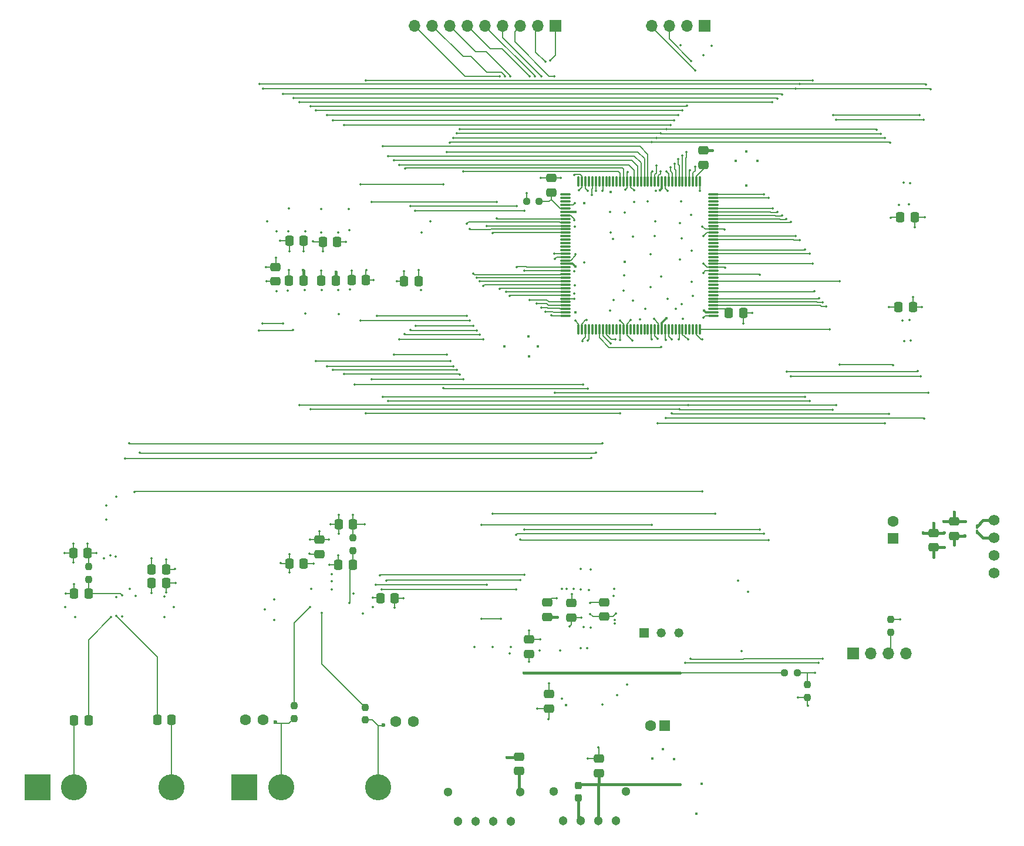
<source format=gbl>
G04 #@! TF.GenerationSoftware,KiCad,Pcbnew,8.0.5*
G04 #@! TF.CreationDate,2024-11-21T04:32:58-05:00*
G04 #@! TF.ProjectId,PCB_Order3,5043425f-4f72-4646-9572-332e6b696361,rev?*
G04 #@! TF.SameCoordinates,Original*
G04 #@! TF.FileFunction,Copper,L4,Bot*
G04 #@! TF.FilePolarity,Positive*
%FSLAX46Y46*%
G04 Gerber Fmt 4.6, Leading zero omitted, Abs format (unit mm)*
G04 Created by KiCad (PCBNEW 8.0.5) date 2024-11-21 04:32:58*
%MOMM*%
%LPD*%
G01*
G04 APERTURE LIST*
G04 Aperture macros list*
%AMRoundRect*
0 Rectangle with rounded corners*
0 $1 Rounding radius*
0 $2 $3 $4 $5 $6 $7 $8 $9 X,Y pos of 4 corners*
0 Add a 4 corners polygon primitive as box body*
4,1,4,$2,$3,$4,$5,$6,$7,$8,$9,$2,$3,0*
0 Add four circle primitives for the rounded corners*
1,1,$1+$1,$2,$3*
1,1,$1+$1,$4,$5*
1,1,$1+$1,$6,$7*
1,1,$1+$1,$8,$9*
0 Add four rect primitives between the rounded corners*
20,1,$1+$1,$2,$3,$4,$5,0*
20,1,$1+$1,$4,$5,$6,$7,0*
20,1,$1+$1,$6,$7,$8,$9,0*
20,1,$1+$1,$8,$9,$2,$3,0*%
G04 Aperture macros list end*
G04 #@! TA.AperFunction,SMDPad,CuDef*
%ADD10RoundRect,0.237500X-0.237500X0.250000X-0.237500X-0.250000X0.237500X-0.250000X0.237500X0.250000X0*%
G04 #@! TD*
G04 #@! TA.AperFunction,ComponentPad*
%ADD11C,1.303000*%
G04 #@! TD*
G04 #@! TA.AperFunction,ComponentPad*
%ADD12C,1.300000*%
G04 #@! TD*
G04 #@! TA.AperFunction,ComponentPad*
%ADD13R,1.700000X1.700000*%
G04 #@! TD*
G04 #@! TA.AperFunction,ComponentPad*
%ADD14O,1.700000X1.700000*%
G04 #@! TD*
G04 #@! TA.AperFunction,ComponentPad*
%ADD15C,1.600000*%
G04 #@! TD*
G04 #@! TA.AperFunction,ComponentPad*
%ADD16C,1.574800*%
G04 #@! TD*
G04 #@! TA.AperFunction,ComponentPad*
%ADD17R,1.600000X1.600000*%
G04 #@! TD*
G04 #@! TA.AperFunction,ComponentPad*
%ADD18R,1.320800X1.320800*%
G04 #@! TD*
G04 #@! TA.AperFunction,ComponentPad*
%ADD19C,1.320800*%
G04 #@! TD*
G04 #@! TA.AperFunction,ComponentPad*
%ADD20R,3.765000X3.765000*%
G04 #@! TD*
G04 #@! TA.AperFunction,ComponentPad*
%ADD21C,3.765000*%
G04 #@! TD*
G04 #@! TA.AperFunction,SMDPad,CuDef*
%ADD22RoundRect,0.250000X0.337500X0.475000X-0.337500X0.475000X-0.337500X-0.475000X0.337500X-0.475000X0*%
G04 #@! TD*
G04 #@! TA.AperFunction,SMDPad,CuDef*
%ADD23RoundRect,0.100000X0.100000X-0.217500X0.100000X0.217500X-0.100000X0.217500X-0.100000X-0.217500X0*%
G04 #@! TD*
G04 #@! TA.AperFunction,SMDPad,CuDef*
%ADD24RoundRect,0.237500X0.250000X0.237500X-0.250000X0.237500X-0.250000X-0.237500X0.250000X-0.237500X0*%
G04 #@! TD*
G04 #@! TA.AperFunction,SMDPad,CuDef*
%ADD25RoundRect,0.250000X0.475000X-0.337500X0.475000X0.337500X-0.475000X0.337500X-0.475000X-0.337500X0*%
G04 #@! TD*
G04 #@! TA.AperFunction,SMDPad,CuDef*
%ADD26RoundRect,0.237500X-0.237500X0.300000X-0.237500X-0.300000X0.237500X-0.300000X0.237500X0.300000X0*%
G04 #@! TD*
G04 #@! TA.AperFunction,SMDPad,CuDef*
%ADD27RoundRect,0.250000X-0.337500X-0.475000X0.337500X-0.475000X0.337500X0.475000X-0.337500X0.475000X0*%
G04 #@! TD*
G04 #@! TA.AperFunction,SMDPad,CuDef*
%ADD28RoundRect,0.237500X-0.250000X-0.237500X0.250000X-0.237500X0.250000X0.237500X-0.250000X0.237500X0*%
G04 #@! TD*
G04 #@! TA.AperFunction,SMDPad,CuDef*
%ADD29RoundRect,0.250000X-0.475000X0.337500X-0.475000X-0.337500X0.475000X-0.337500X0.475000X0.337500X0*%
G04 #@! TD*
G04 #@! TA.AperFunction,SMDPad,CuDef*
%ADD30RoundRect,0.075000X-0.075000X-0.662500X0.075000X-0.662500X0.075000X0.662500X-0.075000X0.662500X0*%
G04 #@! TD*
G04 #@! TA.AperFunction,SMDPad,CuDef*
%ADD31RoundRect,0.075000X-0.662500X-0.075000X0.662500X-0.075000X0.662500X0.075000X-0.662500X0.075000X0*%
G04 #@! TD*
G04 #@! TA.AperFunction,SMDPad,CuDef*
%ADD32RoundRect,0.237500X0.237500X-0.250000X0.237500X0.250000X-0.237500X0.250000X-0.237500X-0.250000X0*%
G04 #@! TD*
G04 #@! TA.AperFunction,ViaPad*
%ADD33C,0.350000*%
G04 #@! TD*
G04 #@! TA.AperFunction,ViaPad*
%ADD34C,0.450000*%
G04 #@! TD*
G04 #@! TA.AperFunction,ViaPad*
%ADD35C,0.600000*%
G04 #@! TD*
G04 #@! TA.AperFunction,Conductor*
%ADD36C,0.200000*%
G04 #@! TD*
G04 #@! TA.AperFunction,Conductor*
%ADD37C,0.400000*%
G04 #@! TD*
G04 #@! TA.AperFunction,Conductor*
%ADD38C,0.300000*%
G04 #@! TD*
G04 APERTURE END LIST*
D10*
X156270000Y-136057500D03*
X156270000Y-137882500D03*
D11*
X109030000Y-165100000D03*
X111570000Y-165100000D03*
X114110000Y-165100000D03*
X116650000Y-165100000D03*
D12*
X118040000Y-160900000D03*
X107640000Y-160900000D03*
D13*
X150830000Y-140960000D03*
D14*
X153370000Y-140960000D03*
X155910000Y-140960000D03*
X158450000Y-140960000D03*
D15*
X84890000Y-150780000D03*
X87390000Y-150780000D03*
D11*
X93830000Y-165175000D03*
X96370000Y-165175000D03*
X98910000Y-165175000D03*
X101450000Y-165175000D03*
D12*
X92440000Y-160975000D03*
X102840000Y-160975000D03*
D16*
X171186150Y-121773400D03*
X171186150Y-124313400D03*
X171186150Y-126853400D03*
X171186150Y-129393400D03*
D17*
X123645113Y-151400000D03*
D15*
X121645113Y-151400000D03*
D18*
X120675000Y-138000000D03*
D19*
X123175000Y-138000000D03*
X125675000Y-138000000D03*
D20*
X33225000Y-160225000D03*
D21*
X38525000Y-160225000D03*
X52525000Y-160225000D03*
D20*
X63050000Y-160250000D03*
D21*
X68350000Y-160250000D03*
X82350000Y-160250000D03*
D15*
X65730000Y-150500000D03*
X63230000Y-150500000D03*
D13*
X107950000Y-50450000D03*
D14*
X105410000Y-50450000D03*
X102870000Y-50450000D03*
X100330000Y-50450000D03*
X97790000Y-50450000D03*
X95250000Y-50450000D03*
X92710000Y-50450000D03*
X90170000Y-50450000D03*
X87630000Y-50450000D03*
D13*
X129400000Y-50450000D03*
D14*
X126860000Y-50450000D03*
X124320000Y-50450000D03*
X121780000Y-50450000D03*
D22*
X78737500Y-122350000D03*
X76662500Y-122350000D03*
D23*
X168731150Y-123455900D03*
X168731150Y-122640900D03*
D24*
X142787500Y-143750000D03*
X140962500Y-143750000D03*
D25*
X107300000Y-74497500D03*
X107300000Y-72422500D03*
D26*
X111250000Y-160037500D03*
X111250000Y-161762500D03*
D25*
X106950000Y-148887500D03*
X106950000Y-146812500D03*
D10*
X70225000Y-148512500D03*
X70225000Y-150337500D03*
D22*
X71562500Y-87200000D03*
X69487500Y-87200000D03*
X76437500Y-81600000D03*
X74362500Y-81600000D03*
D27*
X49687500Y-130825000D03*
X51762500Y-130825000D03*
D10*
X40650000Y-128462500D03*
X40650000Y-130287500D03*
D25*
X110225000Y-135762500D03*
X110225000Y-133687500D03*
D22*
X159707500Y-78080000D03*
X157632500Y-78080000D03*
D28*
X103737500Y-75810000D03*
X105562500Y-75810000D03*
D27*
X132900000Y-91875000D03*
X134975000Y-91875000D03*
D17*
X156601150Y-124370780D03*
D15*
X156601150Y-121870780D03*
D10*
X80500000Y-148712500D03*
X80500000Y-150537500D03*
D25*
X73900000Y-126637500D03*
X73900000Y-124562500D03*
D22*
X76237500Y-87225000D03*
X74162500Y-87225000D03*
D29*
X102650000Y-155862500D03*
X102650000Y-157937500D03*
D25*
X104075000Y-141012500D03*
X104075000Y-138937500D03*
D22*
X84737500Y-133000000D03*
X82662500Y-133000000D03*
X71612500Y-127975000D03*
X69537500Y-127975000D03*
X40462500Y-126500000D03*
X38387500Y-126500000D03*
D29*
X67525000Y-85212500D03*
X67525000Y-87287500D03*
D27*
X49687500Y-128825000D03*
X51762500Y-128825000D03*
D30*
X111250000Y-94197500D03*
X111750000Y-94197500D03*
X112250000Y-94197501D03*
X112750000Y-94197500D03*
X113250000Y-94197500D03*
X113750001Y-94197500D03*
X114250000Y-94197500D03*
X114749999Y-94197500D03*
X115250000Y-94197500D03*
X115750000Y-94197500D03*
X116250001Y-94197500D03*
X116750000Y-94197500D03*
X117250000Y-94197500D03*
X117750000Y-94197500D03*
X118250000Y-94197500D03*
X118750000Y-94197501D03*
X119250000Y-94197500D03*
X119750000Y-94197500D03*
X120250000Y-94197500D03*
X120750000Y-94197500D03*
X121250000Y-94197501D03*
X121750000Y-94197500D03*
X122250000Y-94197500D03*
X122750000Y-94197500D03*
X123250000Y-94197500D03*
X123749999Y-94197500D03*
X124250000Y-94197500D03*
X124750000Y-94197500D03*
X125250001Y-94197500D03*
X125750000Y-94197500D03*
X126249999Y-94197500D03*
X126750000Y-94197500D03*
X127250000Y-94197500D03*
X127750000Y-94197501D03*
X128250000Y-94197500D03*
X128750000Y-94197500D03*
D31*
X130662500Y-92285000D03*
X130662500Y-91785000D03*
X130662501Y-91285000D03*
X130662500Y-90785000D03*
X130662500Y-90285000D03*
X130662500Y-89784999D03*
X130662500Y-89285000D03*
X130662500Y-88785001D03*
X130662500Y-88285000D03*
X130662500Y-87785000D03*
X130662500Y-87284999D03*
X130662500Y-86785000D03*
X130662500Y-86285000D03*
X130662500Y-85785000D03*
X130662500Y-85285000D03*
X130662501Y-84785000D03*
X130662500Y-84285000D03*
X130662500Y-83785000D03*
X130662500Y-83285000D03*
X130662500Y-82785000D03*
X130662501Y-82285000D03*
X130662500Y-81785000D03*
X130662500Y-81285000D03*
X130662500Y-80785000D03*
X130662500Y-80285000D03*
X130662500Y-79785001D03*
X130662500Y-79285000D03*
X130662500Y-78785000D03*
X130662500Y-78284999D03*
X130662500Y-77785000D03*
X130662500Y-77285001D03*
X130662500Y-76785000D03*
X130662500Y-76285000D03*
X130662501Y-75785000D03*
X130662500Y-75285000D03*
X130662500Y-74785000D03*
D30*
X128750000Y-72872500D03*
X128250000Y-72872500D03*
X127750000Y-72872499D03*
X127250000Y-72872500D03*
X126750000Y-72872500D03*
X126249999Y-72872500D03*
X125750000Y-72872500D03*
X125250001Y-72872500D03*
X124750000Y-72872500D03*
X124250000Y-72872500D03*
X123749999Y-72872500D03*
X123250000Y-72872500D03*
X122750000Y-72872500D03*
X122250000Y-72872500D03*
X121750000Y-72872500D03*
X121250000Y-72872499D03*
X120750000Y-72872500D03*
X120250000Y-72872500D03*
X119750000Y-72872500D03*
X119250000Y-72872500D03*
X118750000Y-72872499D03*
X118250000Y-72872500D03*
X117750000Y-72872500D03*
X117250000Y-72872500D03*
X116750000Y-72872500D03*
X116250001Y-72872500D03*
X115750000Y-72872500D03*
X115250000Y-72872500D03*
X114749999Y-72872500D03*
X114250000Y-72872500D03*
X113750001Y-72872500D03*
X113250000Y-72872500D03*
X112750000Y-72872500D03*
X112250000Y-72872499D03*
X111750000Y-72872500D03*
X111250000Y-72872500D03*
D31*
X109337500Y-74785000D03*
X109337500Y-75285000D03*
X109337499Y-75785000D03*
X109337500Y-76285000D03*
X109337500Y-76785000D03*
X109337500Y-77285001D03*
X109337500Y-77785000D03*
X109337500Y-78284999D03*
X109337500Y-78785000D03*
X109337500Y-79285000D03*
X109337500Y-79785001D03*
X109337500Y-80285000D03*
X109337500Y-80785000D03*
X109337500Y-81285000D03*
X109337500Y-81785000D03*
X109337499Y-82285000D03*
X109337500Y-82785000D03*
X109337500Y-83285000D03*
X109337500Y-83785000D03*
X109337500Y-84285000D03*
X109337499Y-84785000D03*
X109337500Y-85285000D03*
X109337500Y-85785000D03*
X109337500Y-86285000D03*
X109337500Y-86785000D03*
X109337500Y-87284999D03*
X109337500Y-87785000D03*
X109337500Y-88285000D03*
X109337500Y-88785001D03*
X109337500Y-89285000D03*
X109337500Y-89784999D03*
X109337500Y-90285000D03*
X109337500Y-90785000D03*
X109337499Y-91285000D03*
X109337500Y-91785000D03*
X109337500Y-92285000D03*
D22*
X159482500Y-91030000D03*
X157407500Y-91030000D03*
D25*
X114150000Y-158212500D03*
X114150000Y-156137500D03*
D29*
X114975000Y-133562500D03*
X114975000Y-135637500D03*
X162431150Y-123570900D03*
X162431150Y-125645900D03*
D27*
X76612500Y-128200000D03*
X78687500Y-128200000D03*
D29*
X106700000Y-133637500D03*
X106700000Y-135712500D03*
D25*
X129225000Y-70497500D03*
X129225000Y-68422500D03*
D29*
X165401150Y-121920900D03*
X165401150Y-123995900D03*
D27*
X38512500Y-132325000D03*
X40587500Y-132325000D03*
D10*
X78725000Y-124312500D03*
X78725000Y-126137500D03*
D22*
X88162500Y-87250000D03*
X86087500Y-87250000D03*
D27*
X69537500Y-81450000D03*
X71612500Y-81450000D03*
X38502500Y-150590000D03*
X40577500Y-150590000D03*
D32*
X144275000Y-147287500D03*
X144275000Y-145462500D03*
D22*
X80612500Y-87125000D03*
X78537500Y-87125000D03*
X52577500Y-150560000D03*
X50502500Y-150560000D03*
D33*
X134280000Y-130460000D03*
X157640000Y-136040000D03*
X105320000Y-148880000D03*
X116820000Y-146960000D03*
X110630000Y-85870000D03*
X122380000Y-74230000D03*
X125910000Y-78940000D03*
X122240000Y-80790000D03*
X115860000Y-80280000D03*
X116290000Y-90000000D03*
X121610000Y-88130000D03*
X125910000Y-84170000D03*
X126100000Y-90610000D03*
X124080000Y-89820000D03*
X120080000Y-92790000D03*
X119020000Y-95830000D03*
X134980000Y-93350000D03*
X109970000Y-137100000D03*
X111520000Y-140210000D03*
X111530000Y-128730000D03*
X112770000Y-131780000D03*
X144290000Y-148480000D03*
X142920000Y-147290000D03*
X105690000Y-138920000D03*
D34*
X128260000Y-164110000D03*
X128990000Y-159770000D03*
D33*
X114140000Y-154530000D03*
X105670000Y-140570000D03*
X104070000Y-137620000D03*
X98860000Y-140050000D03*
X72970000Y-81530000D03*
X68190000Y-81440000D03*
X80620000Y-85690000D03*
X86080000Y-85820000D03*
X76690000Y-92040000D03*
X71820000Y-91900000D03*
X66320000Y-78640000D03*
X69500000Y-76820000D03*
X74110000Y-76830000D03*
X78080000Y-76870000D03*
X89890000Y-78620000D03*
X66200000Y-85210000D03*
X157450000Y-76310000D03*
X159100000Y-73140000D03*
X158160000Y-73100000D03*
X159750000Y-79480000D03*
X159130000Y-95870000D03*
X158190000Y-95920000D03*
X160790000Y-91020000D03*
X159460000Y-89600000D03*
X44610000Y-132860000D03*
X45420000Y-135650000D03*
X51770000Y-132140000D03*
X53130000Y-130800000D03*
X53090000Y-128800000D03*
X51760000Y-127410000D03*
X51540000Y-135720000D03*
X52850000Y-134300000D03*
X51520000Y-132790000D03*
X38630000Y-135720000D03*
X37260000Y-134280000D03*
X37280000Y-132290000D03*
X38510000Y-130940000D03*
X41740000Y-126470000D03*
X40460000Y-125120000D03*
X38400000Y-127840000D03*
X37170000Y-126460000D03*
X38390000Y-125120000D03*
X43140000Y-119640000D03*
X44590000Y-118320000D03*
X75650000Y-131700000D03*
X72670000Y-131690000D03*
X80150000Y-135170000D03*
X81620000Y-134310000D03*
X67360000Y-136130000D03*
X66000000Y-134610000D03*
X67350000Y-133160000D03*
X84750000Y-134360000D03*
X86020000Y-132980000D03*
X69550000Y-129310000D03*
X68320000Y-127940000D03*
X69530000Y-126630000D03*
X76620000Y-126830000D03*
X75350000Y-128180000D03*
X72420000Y-126600000D03*
X75250000Y-124530000D03*
X72520000Y-124540000D03*
X73910000Y-123330000D03*
X78740000Y-120980000D03*
X76670000Y-123690000D03*
X76650000Y-121000000D03*
X75470000Y-122330000D03*
X130480000Y-53360000D03*
X129250000Y-54670000D03*
X125980000Y-53250000D03*
D34*
X137010000Y-69910000D03*
X135400000Y-68580000D03*
X133940000Y-69930000D03*
X135420000Y-73460000D03*
X104090000Y-98160000D03*
X105420000Y-96670000D03*
X104030000Y-95200000D03*
X100540000Y-96650000D03*
X107125000Y-143750000D03*
D33*
X125850000Y-143750000D03*
D34*
X103325000Y-143750000D03*
X125850000Y-159850000D03*
X113175000Y-143750000D03*
D33*
X47175000Y-117650000D03*
X129075000Y-117625000D03*
X129075000Y-95650000D03*
X110675000Y-87850000D03*
D34*
X163941150Y-125598400D03*
D33*
X78537500Y-85800000D03*
X104075000Y-142150000D03*
X49700000Y-127250000D03*
X44525000Y-126950000D03*
X122275000Y-78650000D03*
X119270000Y-75820000D03*
X75625000Y-129500000D03*
X120900000Y-91300000D03*
X78250000Y-88475000D03*
X110600000Y-78500000D03*
X78825000Y-132325000D03*
X112950000Y-133650000D03*
X110800000Y-83400000D03*
X49700000Y-132200000D03*
X88550000Y-88525000D03*
X124075000Y-74235000D03*
X88200000Y-85700000D03*
X116250000Y-81225000D03*
X66300000Y-87300000D03*
X71600000Y-83000000D03*
X74162500Y-85800000D03*
X76600000Y-80225000D03*
D34*
X165411150Y-125338400D03*
D33*
X73025000Y-127975000D03*
X46525000Y-131650000D03*
X108875000Y-147450000D03*
X115800000Y-91500000D03*
X156270000Y-78130000D03*
X112550000Y-74210000D03*
X114675000Y-148350000D03*
X157945000Y-92955000D03*
X71825000Y-80050000D03*
X75625000Y-130525000D03*
X110630000Y-89080000D03*
X110600000Y-89784999D03*
X107025000Y-145275000D03*
X116300000Y-132675000D03*
X110700000Y-76010000D03*
X108050000Y-133025000D03*
X43125000Y-121675000D03*
X101300000Y-141000001D03*
X129250000Y-92550000D03*
X117200000Y-92925000D03*
X110300000Y-132400000D03*
X129225000Y-86075000D03*
D34*
X166931150Y-123978400D03*
X162441150Y-127068400D03*
D33*
X121600000Y-83400000D03*
X80425000Y-122350000D03*
X117950000Y-77400000D03*
X119240000Y-74190000D03*
X112375000Y-92900000D03*
X69487500Y-85712500D03*
X155970000Y-91030000D03*
X126300000Y-92700000D03*
X126000000Y-75800000D03*
X77700000Y-81600000D03*
X117800000Y-86450000D03*
X110775000Y-92950000D03*
X127600000Y-87400000D03*
X103750000Y-74610000D03*
X116375000Y-131675000D03*
X126100000Y-81100000D03*
X128775000Y-74225000D03*
X122125000Y-92725000D03*
X69300000Y-88675000D03*
X110675000Y-79400000D03*
X74200000Y-88575000D03*
X110560000Y-131680000D03*
X129250000Y-80775000D03*
X112510000Y-140190000D03*
X67700000Y-88700000D03*
X48000000Y-112035000D03*
X113725000Y-112035000D03*
X113725000Y-74210000D03*
X45475000Y-132575000D03*
X43852775Y-135727223D03*
X45825000Y-112860000D03*
X113100000Y-112810000D03*
X113150000Y-74835000D03*
X46475000Y-110685000D03*
X114662500Y-110672500D03*
X114725000Y-74235000D03*
X113000000Y-128850000D03*
D34*
X121920000Y-156150000D03*
D33*
X116600000Y-135225000D03*
X136250000Y-91875000D03*
X108600000Y-140525000D03*
D34*
X71500000Y-85700000D03*
X112100000Y-76000000D03*
X76237500Y-85900000D03*
D33*
X119100000Y-80875000D03*
X118345727Y-71513513D03*
X132300000Y-79800000D03*
X74400000Y-83000000D03*
X127600000Y-82900000D03*
D34*
X110760000Y-85150000D03*
D33*
X78200000Y-79900000D03*
X112000000Y-137125000D03*
X105775000Y-72360000D03*
X106925000Y-150450000D03*
X161170000Y-78030000D03*
X119100000Y-90100000D03*
D34*
X162431150Y-122208400D03*
X163911150Y-121938400D03*
D33*
X111675000Y-135800000D03*
X116455913Y-136630913D03*
D34*
X129325000Y-91525000D03*
D33*
X117725000Y-88650000D03*
D34*
X109450000Y-148375000D03*
D33*
X129225000Y-84775000D03*
X47350000Y-132650000D03*
X67625000Y-83900000D03*
X67725000Y-80100000D03*
D34*
X166991150Y-121908400D03*
D33*
X110600000Y-72000000D03*
D34*
X123410000Y-154780000D03*
X115875000Y-74400000D03*
D33*
X118000000Y-74100000D03*
X158869448Y-76176175D03*
X81650000Y-87125000D03*
X109550000Y-131650000D03*
X69600000Y-83000000D03*
X42850000Y-127225000D03*
X112600000Y-156125000D03*
D34*
X110800000Y-91787500D03*
D33*
X85050000Y-87250000D03*
D34*
X163941150Y-123548400D03*
D33*
X129100000Y-79400000D03*
D34*
X108150000Y-135725000D03*
D33*
X76575000Y-88575000D03*
X134725000Y-140600000D03*
X108700000Y-72400000D03*
X113025000Y-137250000D03*
X127700000Y-89400000D03*
X121200000Y-75800000D03*
D34*
X117950000Y-84500000D03*
D33*
X112950000Y-135275000D03*
X43780339Y-126860641D03*
X115825000Y-77300000D03*
X74100000Y-80250000D03*
X96200000Y-140050000D03*
X123200000Y-86600000D03*
X116500000Y-136100000D03*
D34*
X123910000Y-92600000D03*
D33*
X132400000Y-85300000D03*
D34*
X130550000Y-68410000D03*
D33*
X108875000Y-131625000D03*
D34*
X110810000Y-77310000D03*
D33*
X111550000Y-131700000D03*
X158970000Y-92880000D03*
X88600000Y-80275000D03*
X112050000Y-84550000D03*
X135725000Y-132050000D03*
D34*
X125060000Y-156210000D03*
X165391150Y-120548400D03*
D33*
X111300000Y-74200000D03*
X69362500Y-80062500D03*
X101525000Y-140050000D03*
X118250000Y-145450000D03*
X125300000Y-91300000D03*
X71800000Y-88575000D03*
D34*
X123005736Y-74190736D03*
D33*
X118800000Y-92900000D03*
X127500000Y-77700000D03*
D34*
X160891150Y-123538400D03*
D33*
X44575000Y-135525000D03*
X98850000Y-120810000D03*
X130925000Y-120810000D03*
X98850000Y-80360001D03*
D35*
X83150000Y-151260000D03*
D33*
X81550000Y-132950000D03*
X103400000Y-129625000D03*
X103400000Y-123125000D03*
X137400000Y-86325000D03*
X82575000Y-129675000D03*
X137400000Y-123100000D03*
X98050000Y-79300000D03*
X82025000Y-131050000D03*
X98050000Y-131050000D03*
X138000000Y-74725000D03*
X102250000Y-123850000D03*
X102250000Y-131700000D03*
X137950000Y-123725000D03*
X82825000Y-131725000D03*
D35*
X67520000Y-150910000D03*
D33*
X83525000Y-130425000D03*
X102825000Y-130375000D03*
X138650000Y-75300000D03*
X138650000Y-124600000D03*
X102825000Y-124525000D03*
X78200000Y-133650000D03*
X72500000Y-134250000D03*
X74250000Y-135125000D03*
X142525000Y-59475000D03*
X142525000Y-80775000D03*
X161995000Y-59605000D03*
X65660000Y-93400000D03*
X68600000Y-93390000D03*
X65760000Y-59475000D03*
X154795000Y-66015000D03*
X93680000Y-100100000D03*
X123050000Y-65985000D03*
X123050000Y-71435000D03*
X75800000Y-100110000D03*
X93680000Y-65985000D03*
X122625000Y-107775000D03*
X122625000Y-95550000D03*
X155445000Y-107805000D03*
X123900000Y-65335000D03*
X123900000Y-71410000D03*
X154213388Y-65440000D03*
X94160000Y-65335000D03*
X94160000Y-100710000D03*
X77400000Y-100685000D03*
X65190000Y-94370000D03*
X161370000Y-58880000D03*
X65260000Y-58870000D03*
X70090000Y-94330000D03*
X143125000Y-81375000D03*
X143100000Y-58875000D03*
X156020000Y-106455000D03*
X124700000Y-106375000D03*
X124675000Y-95675000D03*
X122450000Y-66585000D03*
X155445000Y-66615000D03*
X122450000Y-70585000D03*
X75000000Y-99585000D03*
X93205000Y-66585000D03*
X93205000Y-99590000D03*
X123800000Y-107050000D03*
X123825000Y-95775000D03*
X161095000Y-107080000D03*
X156195000Y-67265000D03*
X73400000Y-98835000D03*
X121825000Y-67185000D03*
X121850000Y-71460000D03*
X92720000Y-67310000D03*
X92730000Y-98830000D03*
X160620000Y-101005000D03*
X141900000Y-78750000D03*
X141900000Y-100975000D03*
X156645000Y-99355000D03*
X148885000Y-99325000D03*
X148885000Y-87284999D03*
X107875000Y-103360000D03*
X107803435Y-84058096D03*
X161720000Y-103390000D03*
X72600000Y-105775000D03*
X147940000Y-63325000D03*
X125725000Y-95675000D03*
X147900000Y-105850000D03*
X160395000Y-63355000D03*
X125750000Y-105775000D03*
X141200000Y-78275000D03*
X141275000Y-100300000D03*
X160120000Y-100255000D03*
X160970000Y-63980000D03*
X71000000Y-105175000D03*
X148415000Y-105175000D03*
X127025000Y-95700000D03*
X148415000Y-63990000D03*
X127050000Y-105175000D03*
X96075000Y-93710000D03*
X96080000Y-86190000D03*
X87800000Y-93710000D03*
X127325000Y-71260000D03*
X127475000Y-55500000D03*
X83800000Y-69235000D03*
X126250000Y-62610000D03*
X73400000Y-62610000D03*
X126225000Y-69185000D03*
X125650000Y-63310000D03*
X75000000Y-63310000D03*
X125650000Y-69685000D03*
X112575000Y-95850000D03*
X91770000Y-102670000D03*
X91770000Y-73325000D03*
X79800000Y-73325000D03*
X112575000Y-102785000D03*
X85400000Y-70535000D03*
X96550000Y-86785000D03*
X96550000Y-94360000D03*
X87000000Y-94335000D03*
X97030000Y-87284999D03*
X97025000Y-94985000D03*
X86200000Y-94935000D03*
X99425000Y-78250000D03*
X81400000Y-75860000D03*
X99425000Y-75870000D03*
X140575000Y-77825000D03*
X68600000Y-60275000D03*
X140575000Y-60350000D03*
X97500000Y-95685000D03*
X97500000Y-87950000D03*
X85400000Y-95685000D03*
X86210000Y-71010000D03*
X124500000Y-70885000D03*
X124500000Y-64760000D03*
X77400000Y-64785000D03*
X144550000Y-83300000D03*
X83800000Y-104575000D03*
X144550000Y-104575000D03*
X84600000Y-69835000D03*
X126800000Y-68685654D03*
X72600000Y-62035000D03*
X126900000Y-62010000D03*
X139925000Y-60950000D03*
X70200000Y-60875000D03*
X139950000Y-77275000D03*
X94640000Y-101460000D03*
X94630000Y-71435000D03*
X81400000Y-101460000D03*
X82200000Y-92310000D03*
X95125000Y-92310000D03*
X95110000Y-79008332D03*
X125075000Y-70385000D03*
X75800000Y-64060000D03*
X125050000Y-64060000D03*
X87700000Y-77135000D03*
X103400000Y-77135000D03*
X103400000Y-85735000D03*
X111827588Y-95912285D03*
X111900000Y-102210000D03*
X79000000Y-102175000D03*
X143900000Y-103935000D03*
X143900000Y-82750000D03*
X83000000Y-103935000D03*
X87000000Y-76435000D03*
X102300000Y-85235000D03*
X102300000Y-76435000D03*
X79775000Y-92985000D03*
X95600000Y-92990000D03*
X95600000Y-79735000D03*
X80600000Y-58300000D03*
X145030000Y-58300000D03*
X145025000Y-84785000D03*
X117275000Y-106350000D03*
X117275000Y-95725000D03*
X80600000Y-106350000D03*
X71010000Y-61435000D03*
X139200000Y-61435000D03*
X139225000Y-76800000D03*
X92245000Y-68635000D03*
X92245000Y-97840000D03*
X84600000Y-97835000D03*
X147425000Y-94197500D03*
X115895758Y-96265153D03*
X146950000Y-90925000D03*
X116525552Y-95696175D03*
X100025000Y-135950000D03*
X121825000Y-122425000D03*
X121800000Y-95675000D03*
X97250000Y-122425000D03*
X97225000Y-135925000D03*
X128050000Y-56900000D03*
X128050000Y-70744468D03*
X105175000Y-90535000D03*
X104950000Y-57725000D03*
X123200000Y-96800000D03*
X145300000Y-88750000D03*
X145325000Y-143750000D03*
X146475000Y-141725000D03*
X146475000Y-90350000D03*
X127400000Y-141750000D03*
X104199997Y-57725000D03*
X104225000Y-90020542D03*
X126625000Y-142325000D03*
X145900000Y-89775000D03*
X145875000Y-142325000D03*
X106475000Y-91710000D03*
X106475000Y-55650000D03*
X101375000Y-57725000D03*
X101350000Y-89435000D03*
X105900000Y-91119370D03*
X105900000Y-57725000D03*
X100775000Y-88835000D03*
X100624997Y-57725000D03*
X83000000Y-67835000D03*
X99874994Y-57725000D03*
X99900000Y-88360000D03*
D34*
X100890000Y-155960000D03*
D33*
X107300000Y-92235000D03*
X107201000Y-55461778D03*
X107750000Y-83310000D03*
X107750000Y-57725000D03*
D36*
X157622500Y-136057500D02*
X157640000Y-136040000D01*
X156270000Y-136057500D02*
X157622500Y-136057500D01*
X156270000Y-140600000D02*
X155910000Y-140960000D01*
X156270000Y-137882500D02*
X156270000Y-140600000D01*
D37*
X169588650Y-124313400D02*
X168731150Y-123455900D01*
X171186150Y-124313400D02*
X169588650Y-124313400D01*
X171186150Y-121773400D02*
X169598650Y-121773400D01*
X169598650Y-121773400D02*
X168731150Y-122640900D01*
D36*
X105327500Y-148887500D02*
X105320000Y-148880000D01*
X106950000Y-148887500D02*
X105327500Y-148887500D01*
D38*
X110395000Y-84785000D02*
X109337499Y-84785000D01*
X110760000Y-85150000D02*
X110395000Y-84785000D01*
X123910000Y-92600000D02*
X123250000Y-93260000D01*
X123250000Y-93260000D02*
X123250000Y-94197500D01*
D36*
X118250000Y-95060000D02*
X119020000Y-95830000D01*
X118250000Y-94197500D02*
X118250000Y-95060000D01*
X134975000Y-93345000D02*
X134980000Y-93350000D01*
X134975000Y-91875000D02*
X134975000Y-93345000D01*
X118750000Y-73700000D02*
X118750000Y-72872499D01*
X119240000Y-74190000D02*
X118750000Y-73700000D01*
D38*
X110785001Y-77285001D02*
X109337500Y-77285001D01*
X110810000Y-77310000D02*
X110785001Y-77285001D01*
D36*
X110225000Y-136845000D02*
X109970000Y-137100000D01*
X110225000Y-135762500D02*
X110225000Y-136845000D01*
X144275000Y-148465000D02*
X144290000Y-148480000D01*
X144275000Y-147287500D02*
X144275000Y-148465000D01*
X142922500Y-147287500D02*
X142920000Y-147290000D01*
X144275000Y-147287500D02*
X142922500Y-147287500D01*
X105672500Y-138937500D02*
X105690000Y-138920000D01*
X104075000Y-138937500D02*
X105672500Y-138937500D01*
X114150000Y-154540000D02*
X114140000Y-154530000D01*
X114150000Y-156137500D02*
X114150000Y-154540000D01*
X104075000Y-137625000D02*
X104070000Y-137620000D01*
X104075000Y-138937500D02*
X104075000Y-137625000D01*
X73040000Y-81600000D02*
X72970000Y-81530000D01*
X74362500Y-81600000D02*
X73040000Y-81600000D01*
X68200000Y-81450000D02*
X68190000Y-81440000D01*
X69537500Y-81450000D02*
X68200000Y-81450000D01*
D37*
X76237500Y-85900000D02*
X76237500Y-87225000D01*
D36*
X80612500Y-85697500D02*
X80620000Y-85690000D01*
X80612500Y-87125000D02*
X80612500Y-85697500D01*
X86087500Y-85827500D02*
X86080000Y-85820000D01*
X86087500Y-87250000D02*
X86087500Y-85827500D01*
X66202500Y-85212500D02*
X66200000Y-85210000D01*
X67525000Y-85212500D02*
X66202500Y-85212500D01*
X159707500Y-79437500D02*
X159750000Y-79480000D01*
X159707500Y-78080000D02*
X159707500Y-79437500D01*
X160780000Y-91030000D02*
X160790000Y-91020000D01*
X159482500Y-91030000D02*
X160780000Y-91030000D01*
X159482500Y-89622500D02*
X159460000Y-89600000D01*
X159482500Y-91030000D02*
X159482500Y-89622500D01*
X44575000Y-135525000D02*
X50502500Y-141452500D01*
X50502500Y-141452500D02*
X50502500Y-150560000D01*
X40577500Y-139002498D02*
X43852775Y-135727223D01*
X40577500Y-150590000D02*
X40577500Y-139002498D01*
X52577500Y-150560000D02*
X52577500Y-152217500D01*
X52525000Y-152270000D02*
X52525000Y-160225000D01*
X52577500Y-152217500D02*
X52525000Y-152270000D01*
X38502500Y-150590000D02*
X38502500Y-152117500D01*
X38525000Y-152140000D02*
X38525000Y-160225000D01*
X38502500Y-152117500D02*
X38525000Y-152140000D01*
X51762500Y-132132500D02*
X51770000Y-132140000D01*
X51762500Y-130825000D02*
X51762500Y-132132500D01*
X53105000Y-130825000D02*
X53130000Y-130800000D01*
X51762500Y-130825000D02*
X53105000Y-130825000D01*
X53065000Y-128825000D02*
X53090000Y-128800000D01*
X51762500Y-128825000D02*
X53065000Y-128825000D01*
X51762500Y-127412500D02*
X51760000Y-127410000D01*
X51762500Y-128825000D02*
X51762500Y-127412500D01*
X37315000Y-132325000D02*
X37280000Y-132290000D01*
X38512500Y-132325000D02*
X37315000Y-132325000D01*
X38512500Y-130942500D02*
X38510000Y-130940000D01*
X38512500Y-132325000D02*
X38512500Y-130942500D01*
X41710000Y-126500000D02*
X41740000Y-126470000D01*
X40462500Y-126500000D02*
X41710000Y-126500000D01*
X40462500Y-125122500D02*
X40460000Y-125120000D01*
X40462500Y-126500000D02*
X40462500Y-125122500D01*
X38387500Y-127827500D02*
X38400000Y-127840000D01*
X38387500Y-126500000D02*
X38387500Y-127827500D01*
X37210000Y-126500000D02*
X37170000Y-126460000D01*
X38387500Y-126500000D02*
X37210000Y-126500000D01*
X38387500Y-125122500D02*
X38390000Y-125120000D01*
X38387500Y-126500000D02*
X38387500Y-125122500D01*
X84737500Y-134347500D02*
X84750000Y-134360000D01*
X84737500Y-133000000D02*
X84737500Y-134347500D01*
X86000000Y-133000000D02*
X86020000Y-132980000D01*
X84737500Y-133000000D02*
X86000000Y-133000000D01*
X69537500Y-129297500D02*
X69550000Y-129310000D01*
X69537500Y-127975000D02*
X69537500Y-129297500D01*
X68355000Y-127975000D02*
X68320000Y-127940000D01*
X69537500Y-127975000D02*
X68355000Y-127975000D01*
X69537500Y-126637500D02*
X69530000Y-126630000D01*
X69537500Y-127975000D02*
X69537500Y-126637500D01*
X76612500Y-126837500D02*
X76620000Y-126830000D01*
X76612500Y-128200000D02*
X76612500Y-126837500D01*
X75370000Y-128200000D02*
X75350000Y-128180000D01*
X76612500Y-128200000D02*
X75370000Y-128200000D01*
X72457500Y-126637500D02*
X72420000Y-126600000D01*
X73900000Y-126637500D02*
X72457500Y-126637500D01*
X75217500Y-124562500D02*
X75250000Y-124530000D01*
X73900000Y-124562500D02*
X75217500Y-124562500D01*
X72542500Y-124562500D02*
X72520000Y-124540000D01*
X73900000Y-124562500D02*
X72542500Y-124562500D01*
X73900000Y-123340000D02*
X73910000Y-123330000D01*
X73900000Y-124562500D02*
X73900000Y-123340000D01*
X78737500Y-120982500D02*
X78740000Y-120980000D01*
X78737500Y-122350000D02*
X78737500Y-120982500D01*
X76662500Y-123682500D02*
X76670000Y-123690000D01*
X76662500Y-122350000D02*
X76662500Y-123682500D01*
X76662500Y-121012500D02*
X76650000Y-121000000D01*
X76662500Y-122350000D02*
X76662500Y-121012500D01*
X75490000Y-122350000D02*
X75470000Y-122330000D01*
X76662500Y-122350000D02*
X75490000Y-122350000D01*
X105060000Y-54235000D02*
X105060000Y-50800000D01*
X106475000Y-55650000D02*
X105060000Y-54235000D01*
X105060000Y-50800000D02*
X105410000Y-50450000D01*
X107950000Y-54712778D02*
X107950000Y-50450000D01*
X107201000Y-55461778D02*
X107950000Y-54712778D01*
X100330000Y-52155000D02*
X100330000Y-50450000D01*
X105900000Y-57725000D02*
X100330000Y-52155000D01*
X104950000Y-57661830D02*
X97790000Y-50501830D01*
X97790000Y-50501830D02*
X97790000Y-50450000D01*
X104950000Y-57725000D02*
X104950000Y-57661830D01*
D37*
X103325000Y-143750000D02*
X107125000Y-143750000D01*
X114110000Y-165100000D02*
X114110000Y-159860000D01*
X111437500Y-159850000D02*
X114100000Y-159850000D01*
X114110000Y-159860000D02*
X114100000Y-159850000D01*
D36*
X125850000Y-143750000D02*
X140962500Y-143750000D01*
D37*
X114100000Y-159850000D02*
X114150000Y-159800000D01*
X113175000Y-143750000D02*
X125850000Y-143750000D01*
X107125000Y-143750000D02*
X113175000Y-143750000D01*
X114150000Y-159800000D02*
X114150000Y-158212500D01*
X111250000Y-160037500D02*
X111437500Y-159850000D01*
X114100000Y-159850000D02*
X125850000Y-159850000D01*
D36*
X129075000Y-117625000D02*
X47200000Y-117625000D01*
X128932590Y-95650000D02*
X129075000Y-95650000D01*
X128250000Y-94967410D02*
X128932590Y-95650000D01*
X128250000Y-94197500D02*
X128250000Y-94967410D01*
X47200000Y-117625000D02*
X47175000Y-117650000D01*
X104075000Y-141012500D02*
X104075000Y-142150000D01*
X71612500Y-82987500D02*
X71600000Y-83000000D01*
X69487500Y-85712500D02*
X69487500Y-87200000D01*
D37*
X162431150Y-127058400D02*
X162441150Y-127068400D01*
D36*
X110600000Y-78500000D02*
X110600000Y-78277589D01*
X110425000Y-76285000D02*
X109337500Y-76285000D01*
D37*
X165401150Y-123995900D02*
X166913650Y-123995900D01*
X163893650Y-125645900D02*
X163941150Y-125598400D01*
D36*
X66300000Y-87300000D02*
X66312500Y-87287500D01*
X76437500Y-81600000D02*
X77700000Y-81600000D01*
X78537500Y-85800000D02*
X78537500Y-87125000D01*
X130662500Y-80285000D02*
X129740000Y-80285000D01*
X129515000Y-92285000D02*
X129250000Y-92550000D01*
X122750000Y-94197500D02*
X122750000Y-93350000D01*
D37*
X166913650Y-123995900D02*
X166931150Y-123978400D01*
D36*
X88162500Y-85737500D02*
X88200000Y-85700000D01*
X78737500Y-122350000D02*
X80425000Y-122350000D01*
X110600000Y-78277589D02*
X110107411Y-77785000D01*
X156320000Y-78080000D02*
X156270000Y-78130000D01*
X110107410Y-84285000D02*
X109337500Y-84285000D01*
X110600000Y-89784999D02*
X109337500Y-89784999D01*
X49687500Y-130825000D02*
X49687500Y-132187500D01*
X40650000Y-126687500D02*
X40462500Y-126500000D01*
D37*
X162431150Y-125645900D02*
X162431150Y-127058400D01*
D36*
X110300000Y-133612500D02*
X110225000Y-133687500D01*
X111750000Y-94197500D02*
X111750000Y-93427591D01*
X130662500Y-85785000D02*
X129515000Y-85785000D01*
X40650000Y-128462500D02*
X40650000Y-127575000D01*
X112250000Y-73910000D02*
X112550000Y-74210000D01*
X49687500Y-132187500D02*
X49700000Y-132200000D01*
X111750000Y-93427591D02*
X112277591Y-92900000D01*
X71612500Y-127975000D02*
X73025000Y-127975000D01*
X110107411Y-77785000D02*
X109337500Y-77785000D01*
X157632500Y-78080000D02*
X156320000Y-78080000D01*
X157407500Y-91030000D02*
X155970000Y-91030000D01*
X129740000Y-80285000D02*
X129250000Y-80775000D01*
X49687500Y-128825000D02*
X49687500Y-127262500D01*
X106950000Y-145350000D02*
X107025000Y-145275000D01*
X74162500Y-85800000D02*
X74162500Y-87225000D01*
X117247410Y-92925000D02*
X117200000Y-92925000D01*
D37*
X165401150Y-125328400D02*
X165411150Y-125338400D01*
D36*
X110800000Y-83400000D02*
X110800000Y-83592410D01*
X103737500Y-74622500D02*
X103750000Y-74610000D01*
X49687500Y-127262500D02*
X49700000Y-127250000D01*
X112277591Y-92900000D02*
X112375000Y-92900000D01*
X111250000Y-94197500D02*
X111250000Y-93425000D01*
X122750000Y-93350000D02*
X122125000Y-92725000D01*
X113037500Y-133562500D02*
X114975000Y-133562500D01*
X103737500Y-75810000D02*
X103737500Y-74622500D01*
X110800000Y-83592410D02*
X110107410Y-84285000D01*
X111250000Y-93425000D02*
X110775000Y-92950000D01*
X78725000Y-122362500D02*
X78737500Y-122350000D01*
X40650000Y-127575000D02*
X40650000Y-126687500D01*
X124075000Y-74235000D02*
X123749999Y-73909999D01*
X129515000Y-85785000D02*
X129225000Y-86075000D01*
X66312500Y-87287500D02*
X67525000Y-87287500D01*
X128750000Y-72872500D02*
X128750000Y-74200000D01*
X123749999Y-73909999D02*
X123749999Y-72872500D01*
X106950000Y-146812500D02*
X106950000Y-145350000D01*
X108050000Y-133025000D02*
X107312500Y-133025000D01*
X110700000Y-76010000D02*
X110425000Y-76285000D01*
X112950000Y-133650000D02*
X113037500Y-133562500D01*
X110300000Y-132400000D02*
X110300000Y-133612500D01*
X88162500Y-87250000D02*
X88162500Y-85737500D01*
X78725000Y-124312500D02*
X78725000Y-122362500D01*
D37*
X165401150Y-123995900D02*
X165401150Y-125328400D01*
X162431150Y-125645900D02*
X163893650Y-125645900D01*
D36*
X107312500Y-133025000D02*
X106700000Y-133637500D01*
X71612500Y-81450000D02*
X71612500Y-82987500D01*
X117750000Y-93427590D02*
X117247410Y-92925000D01*
X117750000Y-94197500D02*
X117750000Y-93427590D01*
X130662500Y-92285000D02*
X129515000Y-92285000D01*
X128750000Y-74200000D02*
X128775000Y-74225000D01*
X112250000Y-72872499D02*
X112250000Y-73910000D01*
X113700000Y-112060000D02*
X48025000Y-112060000D01*
X113750001Y-72872500D02*
X113750001Y-74184999D01*
X113750001Y-74184999D02*
X113725000Y-74210000D01*
X113725000Y-112035000D02*
X113700000Y-112060000D01*
X48025000Y-112060000D02*
X48000000Y-112035000D01*
X40650000Y-132262500D02*
X40587500Y-132325000D01*
X40587500Y-132325000D02*
X45225000Y-132325000D01*
X45225000Y-132325000D02*
X45475000Y-132575000D01*
X40650000Y-130287500D02*
X40650000Y-132262500D01*
X113150000Y-73971827D02*
X113150000Y-74835000D01*
X45850000Y-112835000D02*
X45825000Y-112860000D01*
X113100000Y-112810000D02*
X113075000Y-112835000D01*
X113075000Y-112835000D02*
X45850000Y-112835000D01*
X113250000Y-73871827D02*
X113150000Y-73971827D01*
X113250000Y-72872500D02*
X113250000Y-73871827D01*
X114749999Y-74210001D02*
X114725000Y-74235000D01*
X114749999Y-72872500D02*
X114749999Y-74210001D01*
X46500000Y-110710000D02*
X46475000Y-110685000D01*
X114625000Y-110710000D02*
X46500000Y-110710000D01*
X114662500Y-110672500D02*
X114625000Y-110710000D01*
X106950000Y-148887500D02*
X106950000Y-150425000D01*
D38*
X130662500Y-91785000D02*
X129585000Y-91785000D01*
D36*
X111482410Y-71835000D02*
X111750000Y-72102590D01*
D37*
X71562500Y-87200000D02*
X71562500Y-85762500D01*
D36*
X110225000Y-135762500D02*
X111637500Y-135762500D01*
X132385000Y-85285000D02*
X132400000Y-85300000D01*
X130662500Y-79785001D02*
X129485001Y-79785001D01*
D38*
X123005736Y-74190735D02*
X123250000Y-73946471D01*
D36*
X130662500Y-79785001D02*
X132285001Y-79785001D01*
X118777591Y-92900000D02*
X118800000Y-92900000D01*
X111750000Y-72872500D02*
X111750000Y-73750000D01*
X130662500Y-85285000D02*
X132385000Y-85285000D01*
D37*
X165401150Y-121920900D02*
X165401150Y-120558400D01*
D36*
X112612500Y-156137500D02*
X112600000Y-156125000D01*
D37*
X166978650Y-121920900D02*
X166991150Y-121908400D01*
D36*
X118250000Y-72872500D02*
X118250000Y-73850000D01*
D37*
X130537500Y-68422500D02*
X130550000Y-68410000D01*
X162431150Y-123570900D02*
X163918650Y-123570900D01*
X106700000Y-135712500D02*
X108137500Y-135712500D01*
X163918650Y-123570900D02*
X163941150Y-123548400D01*
D36*
X114975000Y-135637500D02*
X116187500Y-135637500D01*
X110600000Y-72000000D02*
X110765000Y-71835000D01*
X110765000Y-71835000D02*
X111482410Y-71835000D01*
D37*
X165401150Y-121920900D02*
X166978650Y-121920900D01*
D36*
X67625000Y-83900000D02*
X67625000Y-85112500D01*
X130662500Y-85285000D02*
X129735000Y-85285000D01*
X107300000Y-72422500D02*
X105837500Y-72422500D01*
X81650000Y-87125000D02*
X80612500Y-87125000D01*
D37*
X108137500Y-135712500D02*
X108150000Y-135725000D01*
D36*
X136250000Y-91875000D02*
X134975000Y-91875000D01*
X113312500Y-135637500D02*
X112950000Y-135275000D01*
X106950000Y-150425000D02*
X106925000Y-150450000D01*
X105837500Y-72422500D02*
X105775000Y-72360000D01*
D37*
X165401150Y-120558400D02*
X165391150Y-120548400D01*
X71562500Y-85762500D02*
X71500000Y-85700000D01*
X102650000Y-157937500D02*
X102650000Y-160785000D01*
X102650000Y-160785000D02*
X102840000Y-160975000D01*
D36*
X118250000Y-93427591D02*
X118777591Y-92900000D01*
X107300000Y-72422500D02*
X108677500Y-72422500D01*
D37*
X162431150Y-123570900D02*
X162431150Y-122208400D01*
D36*
X118345727Y-71513513D02*
X118250000Y-71609240D01*
X74362500Y-82962500D02*
X74400000Y-83000000D01*
X111750000Y-72102590D02*
X111750000Y-72872500D01*
X69537500Y-82937500D02*
X69600000Y-83000000D01*
X110225000Y-135762500D02*
X110762500Y-135762500D01*
D38*
X123250000Y-73946471D02*
X123250000Y-72872500D01*
D37*
X162431150Y-123570900D02*
X160923650Y-123570900D01*
X163928650Y-121920900D02*
X163911150Y-121938400D01*
D36*
X132285001Y-79785001D02*
X132300000Y-79800000D01*
X114150000Y-156137500D02*
X112612500Y-156137500D01*
X114975000Y-135637500D02*
X113312500Y-135637500D01*
D37*
X129225000Y-68422500D02*
X130537500Y-68422500D01*
D36*
X69537500Y-81450000D02*
X69537500Y-82937500D01*
X111750000Y-73750000D02*
X111300000Y-74200000D01*
X161120000Y-78080000D02*
X161170000Y-78030000D01*
X85050000Y-87250000D02*
X86087500Y-87250000D01*
D37*
X165401150Y-121920900D02*
X163928650Y-121920900D01*
D36*
X111637500Y-135762500D02*
X111675000Y-135800000D01*
X129485001Y-79785001D02*
X129100000Y-79400000D01*
X67625000Y-85112500D02*
X67525000Y-85212500D01*
X159707500Y-78080000D02*
X161120000Y-78080000D01*
X118250000Y-71609240D02*
X118250000Y-72872500D01*
X116187500Y-135637500D02*
X116600000Y-135225000D01*
X129735000Y-85285000D02*
X129225000Y-84775000D01*
X74362500Y-81600000D02*
X74362500Y-82962500D01*
X118250000Y-94197500D02*
X118250000Y-93427591D01*
X118250000Y-73850000D02*
X118000000Y-74100000D01*
D37*
X160923650Y-123570900D02*
X160891150Y-123538400D01*
D36*
X123005736Y-74190736D02*
X123005736Y-74190735D01*
X76875000Y-128462500D02*
X76612500Y-128200000D01*
X108677500Y-72422500D02*
X108700000Y-72400000D01*
D38*
X129585000Y-91785000D02*
X129325000Y-91525000D01*
D36*
X130925000Y-120810000D02*
X98850000Y-120810000D01*
X98925001Y-80285000D02*
X98850000Y-80360001D01*
X109337500Y-80285000D02*
X98925001Y-80285000D01*
X82350000Y-151375000D02*
X82350000Y-160250000D01*
X80500000Y-150537500D02*
X81512500Y-150537500D01*
X82350000Y-151375000D02*
X83035000Y-151375000D01*
X81512500Y-150537500D02*
X82350000Y-151375000D01*
X83035000Y-151375000D02*
X83150000Y-151260000D01*
X82612500Y-132950000D02*
X82662500Y-133000000D01*
X81550000Y-132950000D02*
X82612500Y-132950000D01*
X103425000Y-123100000D02*
X103400000Y-123125000D01*
X137400000Y-123100000D02*
X103425000Y-123100000D01*
X130662500Y-86285000D02*
X137360000Y-86285000D01*
X137360000Y-86285000D02*
X137400000Y-86325000D01*
X103400000Y-129625000D02*
X82625000Y-129625000D01*
X82625000Y-129625000D02*
X82575000Y-129675000D01*
X109337500Y-79285000D02*
X98065000Y-79285000D01*
X98065000Y-79285000D02*
X98050000Y-79300000D01*
X82025000Y-131050000D02*
X98050000Y-131050000D01*
X138000000Y-74725000D02*
X137940000Y-74785000D01*
X137940000Y-74785000D02*
X130662500Y-74785000D01*
X137950000Y-123725000D02*
X102375000Y-123725000D01*
X102375000Y-123725000D02*
X102250000Y-123850000D01*
X102250000Y-131700000D02*
X102225000Y-131725000D01*
X102225000Y-131725000D02*
X82825000Y-131725000D01*
X67660000Y-151050000D02*
X67520000Y-150910000D01*
X68350000Y-151050000D02*
X68350000Y-160250000D01*
X68350000Y-151050000D02*
X67660000Y-151050000D01*
X69512500Y-151050000D02*
X68350000Y-151050000D01*
X70225000Y-150337500D02*
X69512500Y-151050000D01*
X131432411Y-75285000D02*
X131447411Y-75300000D01*
X131447411Y-75300000D02*
X138650000Y-75300000D01*
X102900000Y-124600000D02*
X102825000Y-124525000D01*
X138650000Y-124600000D02*
X102900000Y-124600000D01*
X130662500Y-75285000D02*
X131432411Y-75285000D01*
X83550000Y-130400000D02*
X83525000Y-130425000D01*
X102825000Y-130375000D02*
X102800000Y-130400000D01*
X102800000Y-130400000D02*
X83550000Y-130400000D01*
X78250000Y-133600000D02*
X78250000Y-128637500D01*
X78687500Y-126175000D02*
X78725000Y-126137500D01*
X78200000Y-133650000D02*
X78250000Y-133600000D01*
X78250000Y-128637500D02*
X78687500Y-128200000D01*
X78687500Y-128200000D02*
X78687500Y-126175000D01*
X72500000Y-134250000D02*
X70225000Y-136525000D01*
X70225000Y-136525000D02*
X70225000Y-148512500D01*
X74250000Y-142462500D02*
X80500000Y-148712500D01*
X74250000Y-135125000D02*
X74250000Y-142462500D01*
X68590000Y-93400000D02*
X68600000Y-93390000D01*
X142515000Y-80785000D02*
X142525000Y-80775000D01*
X130662500Y-80785000D02*
X142515000Y-80785000D01*
X142525000Y-59475000D02*
X65760000Y-59475000D01*
X161895000Y-59505000D02*
X161995000Y-59605000D01*
X65660000Y-93400000D02*
X68590000Y-93400000D01*
X142525000Y-59475000D02*
X161865000Y-59475000D01*
X161865000Y-59475000D02*
X161995000Y-59605000D01*
X93680000Y-65985000D02*
X123050000Y-65985000D01*
X122750000Y-72060000D02*
X123050000Y-71760000D01*
X154790000Y-66010000D02*
X123075000Y-66010000D01*
X75800000Y-100110000D02*
X93670000Y-100110000D01*
X123075000Y-66010000D02*
X123050000Y-65985000D01*
X154795000Y-66015000D02*
X154770000Y-66040000D01*
X123050000Y-71760000D02*
X123050000Y-71435000D01*
X93670000Y-100110000D02*
X93680000Y-100100000D01*
X154795000Y-66015000D02*
X154790000Y-66010000D01*
X122750000Y-72872500D02*
X122750000Y-72060000D01*
X155445000Y-107805000D02*
X155415000Y-107775000D01*
X155415000Y-107775000D02*
X122625000Y-107775000D01*
X122250000Y-95175000D02*
X122625000Y-95550000D01*
X122250000Y-94197500D02*
X122250000Y-95175000D01*
X154138388Y-65365000D02*
X154213388Y-65440000D01*
X123900000Y-65335000D02*
X154108388Y-65335000D01*
X154108388Y-65335000D02*
X154213388Y-65440000D01*
X124250000Y-72872500D02*
X124250000Y-71760000D01*
X123900000Y-65335000D02*
X94160000Y-65335000D01*
X77400000Y-100685000D02*
X94135000Y-100685000D01*
X124250000Y-71760000D02*
X123900000Y-71410000D01*
X94135000Y-100685000D02*
X94160000Y-100710000D01*
X70050000Y-94370000D02*
X70090000Y-94330000D01*
X142221827Y-81285000D02*
X142311827Y-81375000D01*
X65190000Y-94370000D02*
X70050000Y-94370000D01*
X65265000Y-58875000D02*
X65260000Y-58870000D01*
X161345000Y-58905000D02*
X161370000Y-58880000D01*
X142311827Y-81375000D02*
X143125000Y-81375000D01*
X143100000Y-58875000D02*
X161365000Y-58875000D01*
X130662500Y-81285000D02*
X142221827Y-81285000D01*
X161365000Y-58875000D02*
X161370000Y-58880000D01*
X143100000Y-58875000D02*
X65265000Y-58875000D01*
X124750000Y-106425000D02*
X124700000Y-106375000D01*
X124250000Y-94197500D02*
X124250000Y-95250000D01*
X155990000Y-106425000D02*
X124750000Y-106425000D01*
X156020000Y-106455000D02*
X155990000Y-106425000D01*
X124250000Y-95250000D02*
X124675000Y-95675000D01*
X122450000Y-66585000D02*
X155415000Y-66585000D01*
X93205000Y-66585000D02*
X122450000Y-66585000D01*
X122250000Y-72872500D02*
X122250000Y-71908529D01*
X155415000Y-66585000D02*
X155445000Y-66615000D01*
X93200000Y-99585000D02*
X93205000Y-99590000D01*
X122450000Y-71708529D02*
X122450000Y-70585000D01*
X122250000Y-71908529D02*
X122450000Y-71708529D01*
X75000000Y-99585000D02*
X93200000Y-99585000D01*
X123749999Y-95699999D02*
X123825000Y-95775000D01*
X123749999Y-94197500D02*
X123749999Y-95699999D01*
X161065000Y-107050000D02*
X123800000Y-107050000D01*
X161095000Y-107080000D02*
X161065000Y-107050000D01*
X121750000Y-71560000D02*
X121850000Y-71460000D01*
X92845000Y-67185000D02*
X121825000Y-67185000D01*
X92720000Y-67310000D02*
X92845000Y-67185000D01*
X156195000Y-67265000D02*
X156115000Y-67185000D01*
X156115000Y-67185000D02*
X121825000Y-67185000D01*
X92725000Y-98835000D02*
X92730000Y-98830000D01*
X156195000Y-67265000D02*
X156145000Y-67215000D01*
X121750000Y-72872500D02*
X121750000Y-71560000D01*
X73400000Y-98835000D02*
X92725000Y-98835000D01*
X140156141Y-78785000D02*
X140221141Y-78850000D01*
X140221141Y-78850000D02*
X141800000Y-78850000D01*
X130662500Y-78785000D02*
X140156141Y-78785000D01*
X160620000Y-101005000D02*
X160590000Y-100975000D01*
X141800000Y-78850000D02*
X141900000Y-78750000D01*
X160590000Y-100975000D02*
X141900000Y-100975000D01*
X156615000Y-99325000D02*
X148885000Y-99325000D01*
X148885000Y-87284999D02*
X130662500Y-87284999D01*
X156645000Y-99355000D02*
X156615000Y-99325000D01*
X161720000Y-103390000D02*
X161690000Y-103360000D01*
X161690000Y-103360000D02*
X107875000Y-103360000D01*
X109337500Y-83785000D02*
X108076531Y-83785000D01*
X108076531Y-83785000D02*
X107803435Y-84058096D01*
X125825000Y-105850000D02*
X125750000Y-105775000D01*
X125750000Y-94197500D02*
X125750000Y-95650000D01*
X125750000Y-105775000D02*
X72600000Y-105775000D01*
X160365000Y-63325000D02*
X160395000Y-63355000D01*
X125750000Y-95650000D02*
X125725000Y-95675000D01*
X147900000Y-105850000D02*
X125825000Y-105850000D01*
X147940000Y-63325000D02*
X160365000Y-63325000D01*
X130662500Y-78284999D02*
X140221826Y-78284999D01*
X140221826Y-78284999D02*
X140336827Y-78400000D01*
X160045000Y-100330000D02*
X160120000Y-100255000D01*
X141075000Y-78400000D02*
X141200000Y-78275000D01*
X160075000Y-100300000D02*
X160120000Y-100255000D01*
X141275000Y-100300000D02*
X160075000Y-100300000D01*
X140336827Y-78400000D02*
X141075000Y-78400000D01*
X126560000Y-95235000D02*
X126517590Y-95235000D01*
X160945000Y-63955000D02*
X160970000Y-63980000D01*
X126517590Y-95235000D02*
X126249999Y-94967409D01*
X127025000Y-95700000D02*
X126560000Y-95235000D01*
X148415000Y-63990000D02*
X148435000Y-63970000D01*
X148435000Y-63970000D02*
X160960000Y-63970000D01*
X148415000Y-63990000D02*
X148480000Y-63990000D01*
X71000000Y-105175000D02*
X127050000Y-105175000D01*
X160960000Y-63970000D02*
X160970000Y-63980000D01*
X126249999Y-94967409D02*
X126249999Y-94197500D01*
X148415000Y-105175000D02*
X127050000Y-105175000D01*
X107300000Y-75517410D02*
X107300000Y-74497500D01*
X107007410Y-75810000D02*
X105562500Y-75810000D01*
X107300000Y-75517410D02*
X107007410Y-75810000D01*
X109337500Y-76785000D02*
X108567590Y-76785000D01*
X108567590Y-76785000D02*
X107300000Y-75517410D01*
X96080000Y-86190000D02*
X96200000Y-86310000D01*
X109312500Y-86310000D02*
X109337500Y-86285000D01*
X96200000Y-86310000D02*
X109312500Y-86310000D01*
X96075000Y-93710000D02*
X87800000Y-93710000D01*
X127475000Y-55500000D02*
X124320000Y-52345000D01*
X124320000Y-52345000D02*
X124320000Y-50450000D01*
X127250000Y-72872500D02*
X127250000Y-71335000D01*
X127250000Y-71335000D02*
X127325000Y-71260000D01*
X119300000Y-69235000D02*
X120250000Y-70185000D01*
X83800000Y-69235000D02*
X119300000Y-69235000D01*
X120250000Y-70185000D02*
X120250000Y-72872500D01*
X126225000Y-69185000D02*
X126249999Y-69209999D01*
X126249999Y-69209999D02*
X126249999Y-72872500D01*
X73400000Y-62610000D02*
X126250000Y-62610000D01*
X125800000Y-72822500D02*
X125750000Y-72872500D01*
X75000000Y-63310000D02*
X125650000Y-63310000D01*
X125650000Y-70461685D02*
X125800000Y-70611685D01*
X125800000Y-70611685D02*
X125800000Y-72822500D01*
X125650000Y-69685000D02*
X125650000Y-70461685D01*
X112750000Y-95675000D02*
X112575000Y-95850000D01*
X79800000Y-73325000D02*
X91770000Y-73325000D01*
X112750000Y-94197500D02*
X112750000Y-95675000D01*
X91885000Y-102785000D02*
X112575000Y-102785000D01*
X91770000Y-102670000D02*
X91885000Y-102785000D01*
X118500000Y-70535000D02*
X119250000Y-71285000D01*
X85400000Y-70535000D02*
X118500000Y-70535000D01*
X119250000Y-71285000D02*
X119250000Y-72872500D01*
X87025000Y-94360000D02*
X96550000Y-94360000D01*
X87000000Y-94335000D02*
X87025000Y-94360000D01*
X96550000Y-86785000D02*
X109337500Y-86785000D01*
X86250000Y-94985000D02*
X97025000Y-94985000D01*
X86200000Y-94935000D02*
X86250000Y-94985000D01*
X97030000Y-87284999D02*
X109337500Y-87284999D01*
X81400000Y-75860000D02*
X99415000Y-75860000D01*
X99425000Y-78250000D02*
X99459999Y-78284999D01*
X99415000Y-75860000D02*
X99425000Y-75870000D01*
X99459999Y-78284999D02*
X109337500Y-78284999D01*
X140550000Y-77850000D02*
X140575000Y-77825000D01*
X130662500Y-77785000D02*
X139646827Y-77785000D01*
X139646827Y-77785000D02*
X139711827Y-77850000D01*
X68625000Y-60300000D02*
X140525000Y-60300000D01*
X140525000Y-60300000D02*
X140575000Y-60350000D01*
X68600000Y-60275000D02*
X68625000Y-60300000D01*
X139711827Y-77850000D02*
X140550000Y-77850000D01*
X97500000Y-87950000D02*
X97665000Y-87785000D01*
X97500000Y-95685000D02*
X85400000Y-95685000D01*
X97665000Y-87785000D02*
X109337500Y-87785000D01*
X86210000Y-71010000D02*
X86260000Y-70960000D01*
X117750000Y-71135000D02*
X117750000Y-72872500D01*
X86260000Y-70960000D02*
X117575000Y-70960000D01*
X117575000Y-70960000D02*
X117750000Y-71135000D01*
X124500000Y-70885000D02*
X124500000Y-71373171D01*
X124500000Y-71373171D02*
X124800001Y-71673172D01*
X124800001Y-71673172D02*
X124800001Y-72822499D01*
X124800001Y-72822499D02*
X124750000Y-72872500D01*
X77425000Y-64760000D02*
X124500000Y-64760000D01*
X77400000Y-64785000D02*
X77425000Y-64760000D01*
X130662500Y-83285000D02*
X130702500Y-83325000D01*
X144525000Y-83325000D02*
X144550000Y-83300000D01*
X83800000Y-104575000D02*
X144550000Y-104575000D01*
X130702500Y-83325000D02*
X144525000Y-83325000D01*
X119750000Y-70685000D02*
X119750000Y-72872500D01*
X118900000Y-69835000D02*
X119750000Y-70685000D01*
X84600000Y-69835000D02*
X118900000Y-69835000D01*
X126800000Y-69423173D02*
X126750000Y-69473173D01*
X126750000Y-69473173D02*
X126750000Y-72872500D01*
X126875000Y-62035000D02*
X126900000Y-62010000D01*
X72600000Y-62035000D02*
X126875000Y-62035000D01*
X126800000Y-68685654D02*
X126800000Y-69423173D01*
X130662500Y-77285001D02*
X138896828Y-77285001D01*
X138986827Y-77375000D02*
X139850000Y-77375000D01*
X138896828Y-77285001D02*
X138986827Y-77375000D01*
X70200000Y-60875000D02*
X70215000Y-60860000D01*
X70215000Y-60860000D02*
X139835000Y-60860000D01*
X139850000Y-77375000D02*
X139950000Y-77275000D01*
X139835000Y-60860000D02*
X139925000Y-60950000D01*
X117250000Y-71685000D02*
X117250000Y-72872500D01*
X94630000Y-71435000D02*
X117000000Y-71435000D01*
X81400000Y-101460000D02*
X94640000Y-101460000D01*
X117000000Y-71435000D02*
X117250000Y-71685000D01*
X108507591Y-78725000D02*
X108567591Y-78785000D01*
X82200000Y-92310000D02*
X95125000Y-92310000D01*
X108567591Y-78785000D02*
X109337500Y-78785000D01*
X95110000Y-79008332D02*
X95393332Y-78725000D01*
X95393332Y-78725000D02*
X108507591Y-78725000D01*
X125250001Y-71273172D02*
X125250001Y-72872500D01*
X75800000Y-64060000D02*
X125050000Y-64060000D01*
X125075000Y-71098171D02*
X125250001Y-71273172D01*
X125075000Y-70385000D02*
X125075000Y-71098171D01*
X103400000Y-85735000D02*
X103450000Y-85785000D01*
X87700000Y-77135000D02*
X103400000Y-77135000D01*
X103450000Y-85785000D02*
X109337500Y-85785000D01*
X79000000Y-102175000D02*
X111865000Y-102175000D01*
X111865000Y-102175000D02*
X111900000Y-102210000D01*
X112250000Y-95361827D02*
X111827588Y-95784239D01*
X111827588Y-95784239D02*
X111827588Y-95912285D01*
X112250000Y-94197501D02*
X112250000Y-95361827D01*
X143865000Y-82785000D02*
X143900000Y-82750000D01*
X83000000Y-103935000D02*
X143900000Y-103935000D01*
X130662500Y-82785000D02*
X143865000Y-82785000D01*
X102300000Y-85235000D02*
X102400000Y-85135000D01*
X103648529Y-85135000D02*
X103798529Y-85285000D01*
X102400000Y-85135000D02*
X103648529Y-85135000D01*
X103798529Y-85285000D02*
X109337500Y-85285000D01*
X87000000Y-76435000D02*
X102300000Y-76435000D01*
X95600000Y-79735000D02*
X95740000Y-79875000D01*
X79775000Y-92985000D02*
X95595000Y-92985000D01*
X98611827Y-79785001D02*
X109337500Y-79785001D01*
X95740000Y-79875000D02*
X98521828Y-79875000D01*
X98521828Y-79875000D02*
X98611827Y-79785001D01*
X95595000Y-92985000D02*
X95600000Y-92990000D01*
X145025000Y-84785000D02*
X130662501Y-84785000D01*
X145030000Y-58300000D02*
X80600000Y-58300000D01*
X117275000Y-106350000D02*
X80600000Y-106350000D01*
X117250000Y-94197500D02*
X117250000Y-95700000D01*
X117250000Y-95700000D02*
X117275000Y-95725000D01*
X71010000Y-61435000D02*
X139200000Y-61435000D01*
X139210000Y-76785000D02*
X139225000Y-76800000D01*
X130662500Y-76785000D02*
X139210000Y-76785000D01*
X84600000Y-97835000D02*
X92240000Y-97835000D01*
X92245000Y-68635000D02*
X119800000Y-68635000D01*
X120750000Y-69585000D02*
X120750000Y-72872500D01*
X92240000Y-97835000D02*
X92245000Y-97840000D01*
X119800000Y-68635000D02*
X120750000Y-69585000D01*
X128250000Y-72872500D02*
X128250000Y-72102590D01*
X128250000Y-72102590D02*
X129225000Y-71127590D01*
X129225000Y-71127590D02*
X129225000Y-70497500D01*
X132310000Y-91285000D02*
X130662501Y-91285000D01*
X132900000Y-91875000D02*
X132310000Y-91285000D01*
X147425000Y-94197500D02*
X128750000Y-94197500D01*
X114749999Y-95119394D02*
X115895758Y-96265153D01*
X114749999Y-94197500D02*
X114749999Y-95119394D01*
X146096827Y-90785000D02*
X130662500Y-90785000D01*
X146236827Y-90925000D02*
X146096827Y-90785000D01*
X146950000Y-90925000D02*
X146236827Y-90925000D01*
X115978765Y-95696175D02*
X116525552Y-95696175D01*
X115250000Y-94967410D02*
X115978765Y-95696175D01*
X115250000Y-94197500D02*
X115250000Y-94967410D01*
X100025000Y-135950000D02*
X97250000Y-135950000D01*
X97250000Y-122425000D02*
X121825000Y-122425000D01*
X97250000Y-135950000D02*
X97225000Y-135925000D01*
X121750000Y-95625000D02*
X121800000Y-95675000D01*
X121750000Y-94197500D02*
X121750000Y-95625000D01*
X127750000Y-71648173D02*
X128050000Y-71348173D01*
X121780000Y-50630000D02*
X121780000Y-50450000D01*
X128050000Y-71348173D02*
X128050000Y-70744468D01*
X128050000Y-56900000D02*
X121780000Y-50630000D01*
X127750000Y-72872499D02*
X127750000Y-71648173D01*
X106878859Y-90735000D02*
X106678859Y-90535000D01*
X106678859Y-90535000D02*
X105175000Y-90535000D01*
X109287500Y-90735000D02*
X106878859Y-90735000D01*
X109337500Y-90785000D02*
X109287500Y-90735000D01*
X123159847Y-96840153D02*
X115657585Y-96840153D01*
X123200000Y-96800000D02*
X123159847Y-96840153D01*
X115657585Y-96840153D02*
X114250000Y-95432568D01*
X114250000Y-95432568D02*
X114250000Y-94197500D01*
X144275000Y-143750000D02*
X145325000Y-143750000D01*
X142787500Y-143750000D02*
X144275000Y-143750000D01*
X144275000Y-145462500D02*
X144275000Y-143750000D01*
X130662500Y-88785001D02*
X145264999Y-88785001D01*
X145264999Y-88785001D02*
X145300000Y-88750000D01*
X146475000Y-90350000D02*
X145661827Y-90350000D01*
X127400000Y-141750000D02*
X127425000Y-141775000D01*
X145661827Y-90350000D02*
X145596827Y-90285000D01*
X135038173Y-141725000D02*
X146475000Y-141725000D01*
X127425000Y-141775000D02*
X134988173Y-141775000D01*
X134988173Y-141775000D02*
X135038173Y-141725000D01*
X145596827Y-90285000D02*
X130662500Y-90285000D01*
X106994545Y-90285000D02*
X106669545Y-89960000D01*
X109337500Y-90285000D02*
X106994545Y-90285000D01*
X98525000Y-53725000D02*
X95250000Y-50450000D01*
X100199997Y-53725000D02*
X98525000Y-53725000D01*
X104199997Y-57725000D02*
X100199997Y-53725000D01*
X104285542Y-89960000D02*
X104225000Y-90020542D01*
X106669545Y-89960000D02*
X104285542Y-89960000D01*
X145890001Y-89784999D02*
X145900000Y-89775000D01*
X126625000Y-142325000D02*
X145875000Y-142325000D01*
X130662500Y-89784999D02*
X145890001Y-89784999D01*
X106525000Y-91660000D02*
X106475000Y-91710000D01*
X107663173Y-91785000D02*
X107538173Y-91660000D01*
X107538173Y-91660000D02*
X106525000Y-91660000D01*
X109337500Y-91785000D02*
X107663173Y-91785000D01*
X96435000Y-54175000D02*
X92710000Y-50450000D01*
X101375000Y-57725000D02*
X101375000Y-57661830D01*
X97888170Y-54175000D02*
X96435000Y-54175000D01*
X101350000Y-89435000D02*
X101500000Y-89285000D01*
X101375000Y-57661830D02*
X97888170Y-54175000D01*
X101500000Y-89285000D02*
X109337500Y-89285000D01*
X106788173Y-91210000D02*
X108525000Y-91210000D01*
X108600000Y-91285000D02*
X109337499Y-91285000D01*
X99905000Y-50875000D02*
X100330000Y-50450000D01*
X106713173Y-91135000D02*
X106788173Y-91210000D01*
X105915630Y-91135000D02*
X106713173Y-91135000D01*
X105900000Y-91119370D02*
X105915630Y-91135000D01*
X108525000Y-91210000D02*
X108600000Y-91285000D01*
X109337500Y-88785001D02*
X100824999Y-88785001D01*
X98025000Y-57150000D02*
X95750000Y-54875000D01*
X94595000Y-54875000D02*
X90170000Y-50450000D01*
X100824999Y-88785001D02*
X100775000Y-88835000D01*
X100624997Y-57725000D02*
X100624997Y-57661830D01*
X100624997Y-57661830D02*
X100113167Y-57150000D01*
X100113167Y-57150000D02*
X98025000Y-57150000D01*
X95750000Y-54875000D02*
X94595000Y-54875000D01*
X121250000Y-68985000D02*
X121250000Y-72872499D01*
X120100000Y-67835000D02*
X121250000Y-68985000D01*
X83000000Y-67835000D02*
X120100000Y-67835000D01*
X100000000Y-88260000D02*
X99900000Y-88360000D01*
X94905000Y-57725000D02*
X87630000Y-50450000D01*
X99874994Y-57725000D02*
X94905000Y-57725000D01*
X109312500Y-88260000D02*
X100000000Y-88260000D01*
X109337500Y-88285000D02*
X109312500Y-88260000D01*
D37*
X102552500Y-155960000D02*
X102650000Y-155862500D01*
X100890000Y-155960000D02*
X102552500Y-155960000D01*
D36*
X109337500Y-92285000D02*
X107350000Y-92285000D01*
X107350000Y-92285000D02*
X107300000Y-92235000D01*
X109337500Y-83285000D02*
X107775000Y-83285000D01*
X102045000Y-51275000D02*
X102870000Y-50450000D01*
X107750000Y-57725000D02*
X107025000Y-57725000D01*
X102045000Y-52745000D02*
X102045000Y-51275000D01*
X107775000Y-83285000D02*
X107750000Y-83310000D01*
X107025000Y-57725000D02*
X102045000Y-52745000D01*
D37*
X111250000Y-161762500D02*
X111250000Y-164780000D01*
X111250000Y-164780000D02*
X111570000Y-165100000D01*
M02*

</source>
